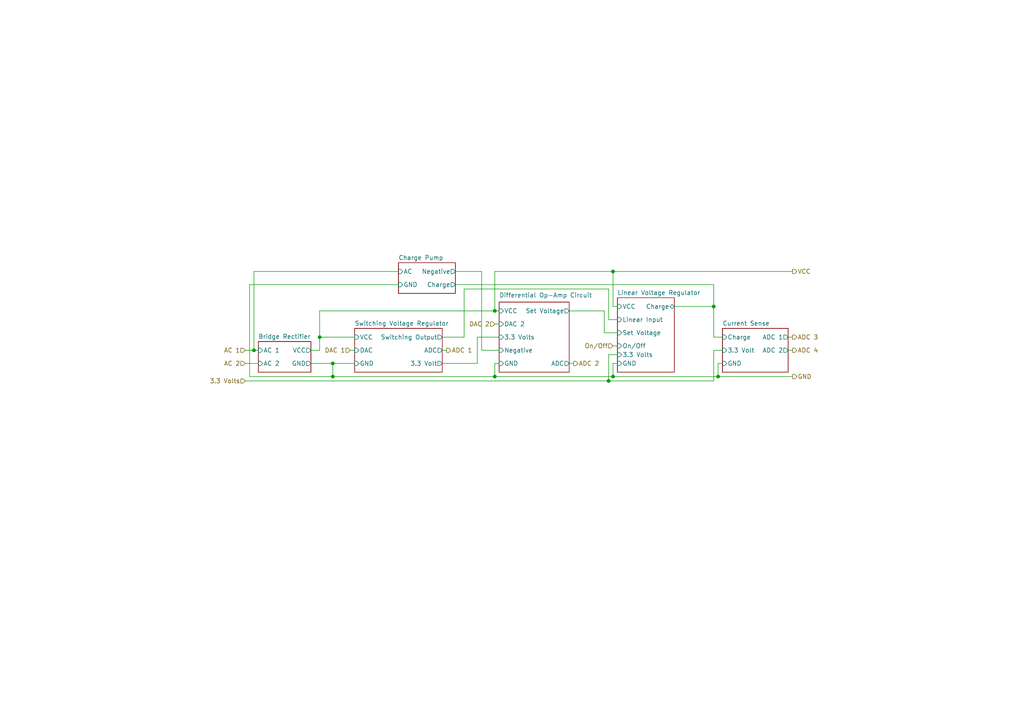
<source format=kicad_sch>
(kicad_sch (version 20211123) (generator eeschema)
  (paper "A4")
  (title_block (title "Channel Power Supply") (date "2022-09-12") (rev "1") (company "George Mason University"))
  (lib_symbols)
  (junction (at 143.51 90.17))
  (junction (at 176.53 110.49))
  (junction (at 143.51 109.22))
  (junction (at 177.8 78.74))
  (junction (at 92.71 97.79))
  (junction (at 96.52 105.41))
  (junction (at 207.01 88.9))
  (junction (at 73.66 101.6))
  (junction (at 96.52 109.22))
  (junction (at 177.8 109.22))
  (junction (at 208.28 109.22))
  (wire (pts (xy 207.01 97.79) (xy 209.55 97.79)))
  (wire (pts (xy 73.66 101.6) (xy 73.66 78.74)))
  (wire (pts (xy 90.17 105.41) (xy 96.52 105.41)))
  (wire (pts (xy 179.07 88.9) (xy 177.8 88.9)))
  (wire (pts (xy 175.26 90.17) (xy 175.26 96.52)))
  (wire (pts (xy 90.17 101.6) (xy 92.71 101.6)))
  (wire (pts (xy 208.28 105.41) (xy 209.55 105.41)))
  (wire (pts (xy 134.62 83.82) (xy 134.62 97.79)))
  (wire (pts (xy 73.66 101.6) (xy 74.93 101.6)))
  (wire (pts (xy 143.51 78.74) (xy 143.51 90.17)))
  (wire (pts (xy 143.51 90.17) (xy 144.78 90.17)))
  (wire (pts (xy 96.52 109.22) (xy 96.52 105.41)))
  (wire (pts (xy 92.71 90.17) (xy 92.71 97.79)))
  (wire (pts (xy 209.55 101.6) (xy 207.01 101.6)))
  (wire (pts (xy 134.62 97.79) (xy 128.27 97.79)))
  (wire (pts (xy 176.53 102.87) (xy 176.53 110.49)))
  (wire (pts (xy 143.51 105.41) (xy 144.78 105.41)))
  (wire (pts (xy 72.39 82.55) (xy 115.57 82.55)))
  (wire (pts (xy 96.52 105.41) (xy 102.87 105.41)))
  (wire (pts (xy 208.28 109.22) (xy 229.87 109.22)))
  (wire (pts (xy 165.1 90.17) (xy 175.26 90.17)))
  (wire (pts (xy 72.39 82.55) (xy 72.39 109.22)))
  (wire (pts (xy 207.01 88.9) (xy 207.01 97.79)))
  (wire (pts (xy 139.7 78.74) (xy 139.7 101.6)))
  (wire (pts (xy 177.8 109.22) (xy 208.28 109.22)))
  (wire (pts (xy 128.27 105.41) (xy 138.43 105.41)))
  (wire (pts (xy 96.52 109.22) (xy 143.51 109.22)))
  (wire (pts (xy 132.08 78.74) (xy 139.7 78.74)))
  (wire (pts (xy 176.53 110.49) (xy 207.01 110.49)))
  (wire (pts (xy 165.1 105.41) (xy 166.37 105.41)))
  (wire (pts (xy 177.8 105.41) (xy 179.07 105.41)))
  (wire (pts (xy 177.8 78.74) (xy 229.87 78.74)))
  (wire (pts (xy 71.12 105.41) (xy 74.93 105.41)))
  (wire (pts (xy 207.01 101.6) (xy 207.01 110.49)))
  (wire (pts (xy 132.08 82.55) (xy 207.01 82.55)))
  (wire (pts (xy 128.27 101.6) (xy 129.54 101.6)))
  (wire (pts (xy 92.71 97.79) (xy 102.87 97.79)))
  (wire (pts (xy 228.6 101.6) (xy 229.87 101.6)))
  (wire (pts (xy 177.8 105.41) (xy 177.8 109.22)))
  (wire (pts (xy 228.6 97.79) (xy 229.87 97.79)))
  (wire (pts (xy 101.6 101.6) (xy 102.87 101.6)))
  (wire (pts (xy 71.12 110.49) (xy 176.53 110.49)))
  (wire (pts (xy 177.8 78.74) (xy 177.8 88.9)))
  (wire (pts (xy 72.39 109.22) (xy 96.52 109.22)))
  (wire (pts (xy 208.28 105.41) (xy 208.28 109.22)))
  (wire (pts (xy 177.8 100.33) (xy 179.07 100.33)))
  (wire (pts (xy 138.43 97.79) (xy 144.78 97.79)))
  (wire (pts (xy 134.62 83.82) (xy 176.53 83.82)))
  (wire (pts (xy 143.51 109.22) (xy 177.8 109.22)))
  (wire (pts (xy 92.71 97.79) (xy 92.71 101.6)))
  (wire (pts (xy 143.51 105.41) (xy 143.51 109.22)))
  (wire (pts (xy 73.66 78.74) (xy 115.57 78.74)))
  (wire (pts (xy 175.26 96.52) (xy 179.07 96.52)))
  (wire (pts (xy 176.53 83.82) (xy 176.53 92.71)))
  (wire (pts (xy 207.01 82.55) (xy 207.01 88.9)))
  (wire (pts (xy 139.7 101.6) (xy 144.78 101.6)))
  (wire (pts (xy 138.43 105.41) (xy 138.43 97.79)))
  (wire (pts (xy 92.71 90.17) (xy 143.51 90.17)))
  (wire (pts (xy 179.07 102.87) (xy 176.53 102.87)))
  (wire (pts (xy 143.51 78.74) (xy 177.8 78.74)))
  (wire (pts (xy 71.12 101.6) (xy 73.66 101.6)))
  (wire (pts (xy 143.51 93.98) (xy 144.78 93.98)))
  (wire (pts (xy 176.53 92.71) (xy 179.07 92.71)))
  (wire (pts (xy 195.58 88.9) (xy 207.01 88.9)))
  (hierarchical_label "DAC 2" (shape input) (at 143.51 93.98 180))
  (hierarchical_label "VCC" (shape output) (at 229.87 78.74 0))
  (hierarchical_label "ADC 3" (shape output) (at 229.87 97.79 0))
  (hierarchical_label "GND" (shape output) (at 229.87 109.22 0))
  (hierarchical_label "AC 1" (shape input) (at 71.12 101.6 180))
  (hierarchical_label "ADC 1" (shape output) (at 129.54 101.6 0))
  (hierarchical_label "On{slash}Off" (shape input) (at 177.8 100.33 180))
  (hierarchical_label "ADC 2" (shape output) (at 166.37 105.41 0))
  (hierarchical_label "AC 2" (shape input) (at 71.12 105.41 180))
  (hierarchical_label "ADC 4" (shape output) (at 229.87 101.6 0))
  (hierarchical_label "3.3 Volts" (shape input) (at 71.12 110.49 180))
  (hierarchical_label "DAC 1" (shape input) (at 101.6 101.6 180))
  (sheet (at 179.07 86.36) (size 16.51 21.59) (stroke (width 0.1524))
    (property "Sheet name" "Linear Voltage Regulator " (at 179.07 85.6484 0) (effects (justify left bottom)))
    (property "Sheet file" "LinearVoltageRegulator.kicad_sch" (effects hide))
    (pin "Set Voltage" input (at 179.07 96.52 180))
    (pin "VCC" input (at 179.07 88.9 180))
    (pin "Charge" bidirectional (at 195.58 88.9 0))
    (pin "Linear Input" input (at 179.07 92.71 180))
    (pin "GND" input (at 179.07 105.41 180))
    (pin "On{slash}Off" input (at 179.07 100.33 180))
    (pin "3.3 Volts" input (at 179.07 102.87 180))
  )
  (sheet (at 102.87 95.25) (size 25.4 12.7) (stroke (width 0.1524))
    (property "Sheet name" "Switching Voltage Regulator" (at 102.87 94.5384 0) (effects (justify left bottom)))
    (property "Sheet file" "SwitchingVoltageRegulator.kicad_sch" (effects hide))
    (pin "VCC" input (at 102.87 97.79 180))
    (pin "DAC" input (at 102.87 101.6 180))
    (pin "GND" input (at 102.87 105.41 180))
    (pin "3.3 Volt" output (at 128.27 105.41 0))
    (pin "ADC" output (at 128.27 101.6 0))
    (pin "Switching Output" output (at 128.27 97.79 0))
  )
  (sheet (at 115.57 76.2) (size 16.51 8.89) (stroke (width 0.1524))
    (property "Sheet name" "Charge Pump" (at 115.57 75.4884 0) (effects (justify left bottom)))
    (property "Sheet file" "ChargePump.kicad_sch" (effects hide))
    (pin "GND" input (at 115.57 82.55 180))
    (pin "Negative" output (at 132.08 78.74 0))
    (pin "Charge" output (at 132.08 82.55 0))
    (pin "AC" input (at 115.57 78.74 180))
  )
  (sheet (at 144.78 87.63) (size 20.32 20.32) (stroke (width 0.1524))
    (property "Sheet name" "Differential Op-Amp Circuit" (at 144.78 86.36 0) (effects (justify left bottom)))
    (property "Sheet file" "DifferentialOpAmpCircuit.kicad_sch" (effects hide))
    (pin "VCC" input (at 144.78 90.17 180))
    (pin "Negative" input (at 144.78 101.6 180))
    (pin "Set Voltage" output (at 165.1 90.17 0))
    (pin "GND" input (at 144.78 105.41 180))
    (pin "3.3 Volts" input (at 144.78 97.79 180))
    (pin "DAC 2" input (at 144.78 93.98 180))
    (pin "ADC" output (at 165.1 105.41 0))
  )
  (sheet (at 209.55 95.25) (size 19.05 12.7) (stroke (width 0.1524))
    (property "Sheet name" "Current Sense " (at 209.55 94.5384 0) (effects (justify left bottom)))
    (property "Sheet file" "CurrentSense.kicad_sch" (effects hide))
    (pin "Charge" input (at 209.55 97.79 180))
    (pin "3.3 Volt" input (at 209.55 101.6 180))
    (pin "GND" input (at 209.55 105.41 180))
    (pin "ADC 1" output (at 228.6 97.79 0))
    (pin "ADC 2" output (at 228.6 101.6 0))
  )
  (sheet (at 74.93 99.06) (size 15.24 8.89) (stroke (width 0.1524))
    (property "Sheet name" "Bridge Rectifier" (at 74.93 98.3484 0) (effects (justify left bottom)))
    (property "Sheet file" "BridgeRectifier.kicad_sch" (effects hide))
    (pin "AC 2" input (at 74.93 105.41 180))
    (pin "AC 1" input (at 74.93 101.6 180))
    (pin "VCC" output (at 90.17 101.6 0))
    (pin "GND" output (at 90.17 105.41 0))
  )
)
</source>
